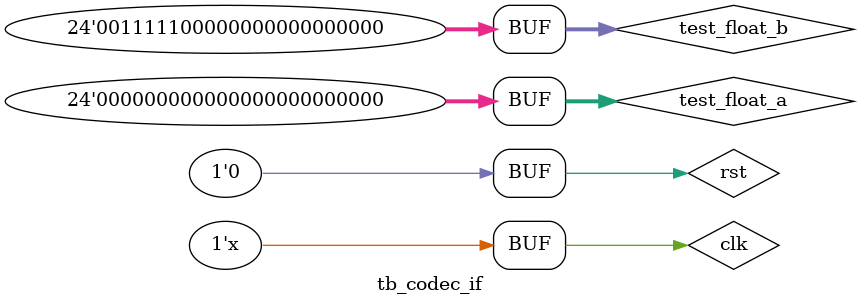
<source format=v>
`timescale 1ns / 1ps

module tb_codec_if();

reg clk = 1;
reg rst = 0;

reg [23:0] test_float_a;
reg [23:0] test_float_b;
wire [23:0] test_float_out;
wire test_float_out_underflow;
wire test_float_out_overflow;


top_level tl_uut
(
   .clk           (clk),
   .rst           (rst),
   .float_a       (test_float_a),
   .float_b       (test_float_b),
   .float_out     (test_float_out),
   .float_out_underflow (test_float_out_underflow),
   .float_out_overflow (test_float_out_overflow)
);


always #1.25
   clk <= ~clk;

initial
begin
    #251.25  test_float_a <= 24'b010001101001000001000000; //200,125
    #0  test_float_b <= 24'b001111011000000000000000; //0,375
 /*   #30  rst <= 1;
    #5  rst <= 0; */
    #2.5  test_float_a <= 24'b001101110101010011001001; //0,0051999688148498535
    #0   test_float_b <= 24'b010001110000000000000000; //256
    
    #2.5  test_float_a <= 24'b011111110000000000000000; 
    #0   test_float_b <= 24'b010000000000000000000000; 
    
    #2.5  test_float_a <= 24'b000000000000000000000000; 
    #0   test_float_b <= 24'b001111100000000000000000;     
    


end


endmodule

</source>
